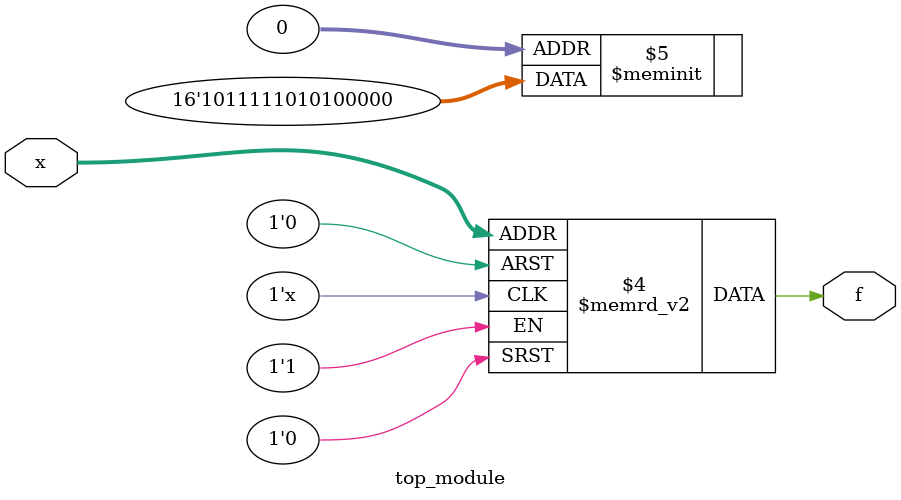
<source format=sv>
module top_module (
    input [4:1] x,
    output logic f
);
    always_comb begin
        case (x)
            4'b0000: f = 1'b0;
            4'b0001: f = 1'b0;
            4'b0010: f = 1'b0;
            4'b0100: f = 1'b0;
            4'b0101: f = 1'b1;
            4'b0110: f = 1'b0;
            4'b0111: f = 1'b1;
            4'b1000: f = 1'b0;
            4'b1001: f = 1'b1;
            4'b1010: f = 1'b1;
            4'b1011: f = 1'b1;
            4'b1100: f = 1'b1;
            4'b1101: f = 1'b1;
            4'b1110: f = 1'b0;
            4'b1111: f = 1'b1;
            default: f = 1'b0; // default case to handle any unexpected values
        endcase
    end
endmodule

</source>
